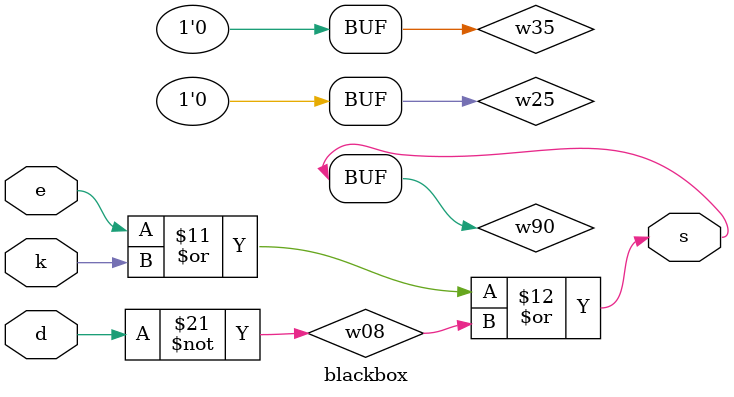
<source format=v>
module blackbox(s, k, d, e);
    output s;
    input  k, d, e;
    wire   w03, w08, w19, w25, w35, w40, w41, w44, w47, w59, w66, w71, w78, w81, w90, w91, w94;

    or  o67(s, w90, w25, w35);
    and a20(w25, w91, w44);
    not n96(w44, w91);
    and a45(w35, w19, w94);
    not n53(w19, w94);
    and a56(w91, w78, w41);
    not n26(w78, d);
    or  o79(w41, k, w03);
    not n6(w03, e);
    or  o22(w94, w66, w81);
    and a39(w66, k, w59);
    not n86(w59, d);
    and a97(w81, w47, w40, w71);
    not n57(w47, e);
    not n55(w40, d);
    not n61(w71, k);
    or  o77(w90, e, k, w08);
    not n9(w08, d);

endmodule // blackbox

</source>
